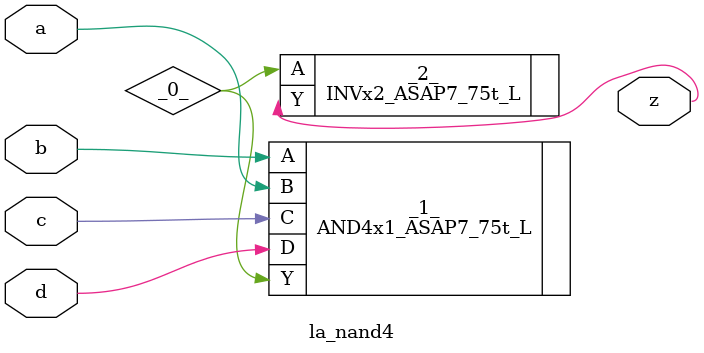
<source format=v>
/* Generated by Yosys 0.37 (git sha1 a5c7f69ed, clang 14.0.0-1ubuntu1.1 -fPIC -Os) */

module la_nand4(a, b, c, d, z);
  wire _0_;
  input a;
  wire a;
  input b;
  wire b;
  input c;
  wire c;
  input d;
  wire d;
  output z;
  wire z;
  AND4x1_ASAP7_75t_L _1_ (
    .A(b),
    .B(a),
    .C(c),
    .D(d),
    .Y(_0_)
  );
  INVx2_ASAP7_75t_L _2_ (
    .A(_0_),
    .Y(z)
  );
endmodule

</source>
